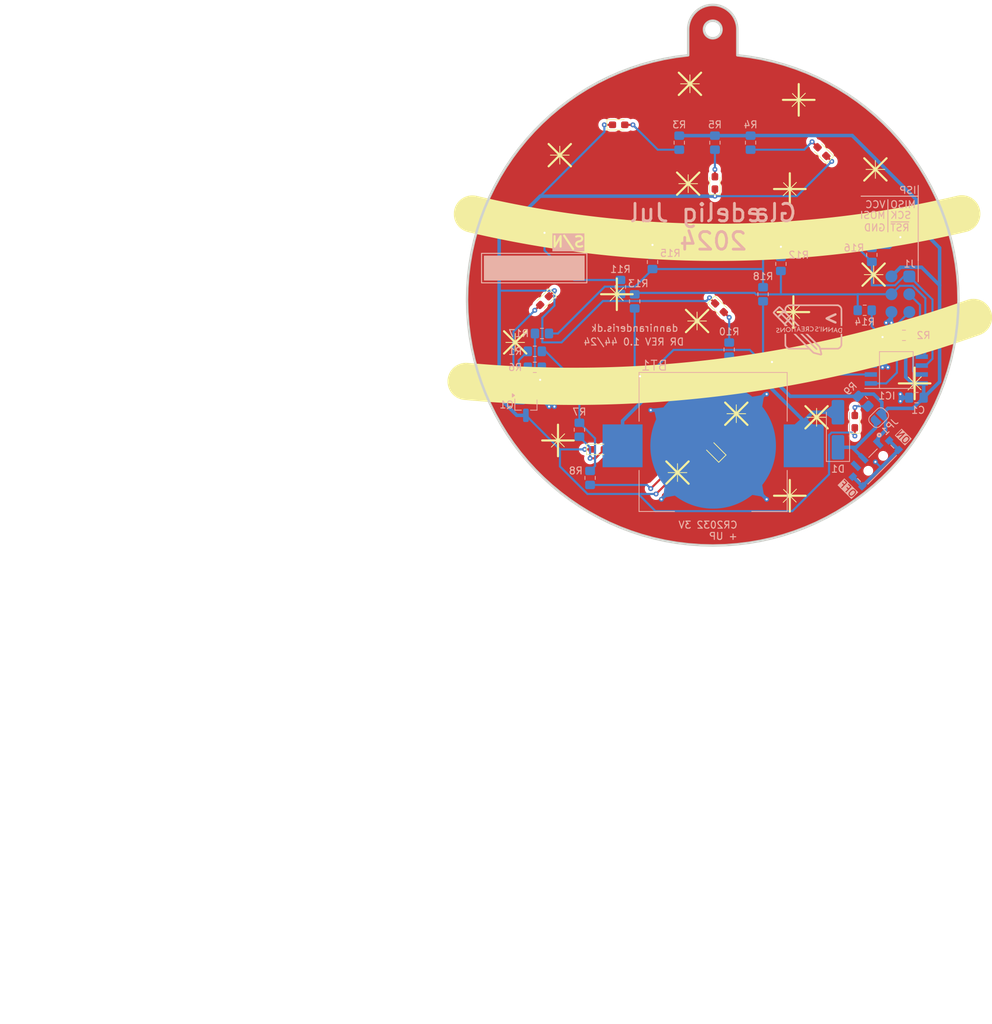
<source format=kicad_pcb>
(kicad_pcb (version 20240108) (generator "pcbnew") (generator_version "8.0")
  (title_block (title "Christmas Ornament 2024") (date "2024-10-29") (rev "1.0") (company "Danni's Creations") (comment 1 "Danni Randeris"))
  (layers (0 "F.Cu" signal) (31 "B.Cu" signal) (34 "B.Paste" user) (35 "F.Paste" user) (36 "B.SilkS" user "B.Silkscreen") (37 "F.SilkS" user "F.Silkscreen") (38 "B.Mask" user) (39 "F.Mask" user) (44 "Edge.Cuts" user))
  (net 0 "")
  (net 1 "Net-(D17-A)")
  (net 2 "DARAN_GND")
  (net 3 "Net-(D1-A)")
  (net 5 "+3V")
  (net 7 "/LED_Bank_1")
  (net 8 "Net-(Q1-B)")
  (net 9 "Net-(D1-K)")
  (net 10 "Net-(D2-K)")
  (net 11 "Net-(D2-A)")
  (net 12 "Net-(D3-A)")
  (net 13 "Net-(D4-A)")
  (net 14 "Net-(D5-A)")
  (net 15 "Net-(D6-A)")
  (net 16 "Net-(D7-A)")
  (net 17 "Net-(D8-A)")
  (net 18 "Net-(D9-A)")
  (net 19 "Net-(D10-A)")
  (net 20 "Net-(D11-A)")
  (net 21 "Net-(D12-A)")
  (net 22 "Net-(D13-A)")
  (net 23 "Net-(D14-A)")
  (net 24 "Net-(D15-A)")
  (net 25 "Net-(D16-A)")
  (net 26 "/LED_Bank_2_MOSI")
  (net 27 "/RST")
  (net 28 "/LED_Bank_3_MISO")
  (net 29 "/SCK")
  (footprint "DARAN:star" (layer "F.Cu") (at 163.504806 120.440453 45)
    (property "Reference" "U7" (hide yes))
    (property "Value" "star")
  )
  (footprint "DARAN:star" (layer "F.Cu") (at 124.388806 98.596453)
    (property "Reference" "U11" (hide yes))
    (property "Value" "star")
  )
  (footprint "DARAN:star" (layer "F.Cu") (at 150.296806 95.548453)
    (property "Reference" "U4" (hide yes))
    (property "Value" "star")
  )
  (footprint "LED_SMD:LED_0603_1608Metric_Pad1.05x0.95mm_HandSolder" (layer "F.Cu") (at 152.726088 113.979735 135)
    (property "Reference" "D7" (hide yes))
    (property "Value" "LED")
  )
  (footprint "DARAN:star" (layer "F.Cu") (at 163.504806 76.752453 45)
    (property "Reference" "U18" (hide yes))
    (property "Value" "star")
  )
  (footprint "LED_SMD:LED_0603_1608Metric_Pad1.05x0.95mm_HandSolder" (layer "F.Cu") (at 143.071806 83.864453)
    (property "Reference" "D14" (hide yes))
    (property "Value" "LED")
  )
  (footprint "LED_SMD:LED_0603_1608Metric_Pad1.05x0.95mm_HandSolder" (layer "F.Cu") (at 127.182806 104.946453)
    (property "Reference" "D16" (hide yes))
    (property "Value" "LED")
  )
  (footprint "DARAN:star" (layer "F.Cu") (at 149.280806 61.766453)
    (property "Reference" "U16" (hide yes))
    (property "Value" "star")
  )
  (footprint "DARAN:star" (layer "F.Cu") (at 130.738806 71.926453)
    (property "Reference" "U10" (hide yes))
    (property "Value" "star")
  )
  (footprint "LED_SMD:LED_0603_1608Metric_Pad1.05x0.95mm_HandSolder" (layer "F.Cu") (at 172.759524 109.885452 90)
    (property "Reference" "D8" (hide yes))
    (property "Value" "LED")
  )
  (footprint "DARAN:star" (layer "F.Cu") (at 175.442806 88.944453)
    (property "Reference" "U6" (hide yes))
    (property "Value" "star")
  )
  (footprint "LED_SMD:LED_0603_1608Metric_Pad1.05x0.95mm_HandSolder" (layer "F.Cu") (at 153.488088 93.659735 -45)
    (property "Reference" "D9" (hide yes))
    (property "Value" "LED")
  )
  (footprint "DARAN:star" (layer "F.Cu") (at 138.866806 91.738453 45)
    (property "Reference" "U14" (hide yes))
    (property "Value" "star")
  )
  (footprint "LED_SMD:LED_0603_1608Metric_Pad1.05x0.95mm_HandSolder" (layer "F.Cu") (at 127.690806 82.086453)
    (property "Reference" "D10" (hide yes))
    (property "Value" "LED")
  )
  (footprint "LED_SMD:LED_0603_1608Metric_Pad1.05x0.95mm_HandSolder" (layer "F.Cu") (at 178.236806 82.594453)
    (property "Reference" "D15" (hide yes))
    (property "Value" "LED")
  )
  (footprint "DARAN:star" (layer "F.Cu") (at 164.774806 64.052453 45)
    (property "Reference" "U5" (hide yes))
    (property "Value" "star")
  )
  (footprint "LED_SMD:LED_0603_1608Metric_Pad1.05x0.95mm_HandSolder" (layer "F.Cu") (at 139.120806 67.608453)
    (property "Reference" "D2" (hide yes))
    (property "Value" "LED")
  )
  (footprint "LED_SMD:LED_0603_1608Metric_Pad1.05x0.95mm_HandSolder" (layer "F.Cu") (at 128.563524 92.643735 -135)
    (property "Reference" "D5" (hide yes))
    (property "Value" "LED")
  )
  (footprint "LED_SMD:LED_0603_1608Metric_Pad1.05x0.95mm_HandSolder" (layer "F.Cu") (at 160.061806 102.406453)
    (property "Reference" "D17" (hide yes))
    (property "Value" "LED")
  )
  (footprint "DARAN:star" (layer "F.Cu") (at 130.484806 112.566453 45)
    (property "Reference" "U2" (hide yes))
    (property "Value" "star")
  )
  (footprint "DARAN:star" (layer "F.Cu") (at 149.026806 75.990453)
    (property "Reference" "U15" (hide yes))
    (property "Value" "star")
  )
  (footprint "DARAN:star" (layer "F.Cu") (at 175.696806 73.958453)
    (property "Reference" "U13" (hide yes))
    (property "Value" "star")
  )
  (footprint "LED_SMD:LED_0603_1608Metric_Pad1.05x0.95mm_HandSolder" (layer "F.Cu") (at 136.213806 113.836453)
    (property "Reference" "D6" (hide yes))
    (property "Value" "LED")
  )
  (footprint "LED_SMD:LED_0603_1608Metric_Pad1.05x0.95mm_HandSolder" (layer "F.Cu") (at 152.836806 75.877454 90)
    (property "Reference" "D4" (hide yes))
    (property "Value" "LED")
  )
  (footprint "DARAN:star" (layer "F.Cu") (at 167.314806 109.264453)
    (property "Reference" "U3" (hide yes))
    (property "Value" "star")
  )
  (footprint "LED_SMD:LED_0603_1608Metric_Pad1.05x0.95mm_HandSolder" (layer "F.Cu") (at 161.472806 84.118453)
    (property "Reference" "D11" (hide yes))
    (property "Value" "LED")
  )
  (footprint "DARAN:star" (layer "F.Cu") (at 147.502806 117.138453)
    (property "Reference" "U1" (hide yes))
    (property "Value" "star")
  )
  (footprint "DARAN:star" (layer "F.Cu") (at 164.012806 94.278453 45)
    (property "Reference" "U17" (hide yes))
    (property "Value" "star")
  )
  (footprint "DARAN:star" (layer "F.Cu") (at 181.284806 104.438453 45)
    (property "Reference" "U12" (hide yes))
    (property "Value" "star")
  )
  (footprint "LED_SMD:LED_0603_1608Metric_Pad1.05x0.95mm_HandSolder" (layer "F.Cu") (at 141.406806 104.438453)
    (property "Reference" "D12" (hide yes))
    (property "Value" "LED")
  )
  (footprint "LED_SMD:LED_0603_1608Metric_Pad1.05x0.95mm_HandSolder" (layer "F.Cu") (at 175.950806 98.850453)
    (property "Reference" "D13" (hide yes))
    (property "Value" "LED")
  )
  (footprint "DARAN:star" (layer "F.Cu") (at 155.884806 108.756453)
    (property "Reference" "U19" (hide yes))
    (property "Value" "star")
  )
  (footprint "LED_SMD:LED_0603_1608Metric_Pad1.05x0.95mm_HandSolder" (layer "F.Cu") (at 168.076806 71.418453 135)
    (property "Reference" "D3" (hide yes))
    (property "Value" "LED")
  )
  (footprint "Resistor_SMD:R_0805_2012Metric_Pad1.20x1.40mm_HandSolder" (layer "B.Cu") (at 143.946806 87.150453 90)
    (property "Reference" "R15")
    (property "Value" "470")
  )
  (footprint "Resistor_SMD:R_0805_2012Metric_Pad1.20x1.40mm_HandSolder" (layer "B.Cu") (at 173.918806 106.978453 -45)
    (property "Reference" "R9")
    (property "Value" "470")
  )
  (footprint "Capacitor_SMD:C_0805_2012Metric_Pad1.18x1.45mm_HandSolder" (layer "B.Cu") (at 181.538806 106.470453 180)
    (property "Reference" "C1")
    (property "Value" "100n")
  )
  (footprint "DARAN:SW_PCM12SMTR" (layer "B.Cu") (at 175.741466 115.823793 -135)
    (property "Reference" "SW1" (hide yes))
    (property "Value" "PCM12SMTR")
  )
  (footprint "Resistor_SMD:R_0805_2012Metric_Pad1.20x1.40mm_HandSolder" (layer "B.Cu") (at 147.756806 70.148453 -90)
    (property "Reference" "R3")
    (property "Value" "470")
  )
  (footprint "Resistor_SMD:R_0805_2012Metric_Pad1.20x1.40mm_HandSolder" (layer "B.Cu") (at 157.916806 70.148453 -90)
    (property "Reference" "R4")
    (property "Value" "470")
  )
  (footprint "Resistor_SMD:R_0805_2012Metric_Pad1.20x1.40mm_HandSolder" (layer "B.Cu") (at 174.172806 94.024453)
    (property "Reference" "R14")
    (property "Value" "470")
  )
  (footprint "Resistor_SMD:R_0805_2012Metric_Pad1.20x1.40mm_HandSolder" (layer "B.Cu") (at 128.198806 97.326453 180)
    (property "Reference" "R17")
    (property "Value" "470")
  )
  (footprint "Resistor_SMD:R_0805_2012Metric_Pad1.20x1.40mm_HandSolder" (layer "B.Cu") (at 133.532806 111.042453 -90)
    (property "Reference" "R7")
    (property "Value" "470")
  )
  (footprint "Jumper:SolderJumper-2_P1.3mm_Open_RoundedPad1.0x1.5mm" (layer "B.Cu") (at 176.156425 109.312834 45)
    (property "Reference" "JP1")
    (property "Value" "SWT_bypass")
  )
  (footprint "DARAN:SOIC127P798X216-8N" (layer "B.Cu") (at 178.675806 102.533454)
    (property "Reference" "IC1")
    (property "Value" "ATTINY13V-10SU" (hide yes))
  )
  (footprint "DARAN:Serial_Number_Silkscreen" (layer "B.Cu") (at 134.596056 85.915203 180)
    (property "Reference" "REF**")
    (property "Value" "Serial_Number_Silkscreen")
  )
  (footprint "Resistor_SMD:R_0805_2012Metric_Pad1.20x1.40mm_HandSolder" (layer "B.Cu") (at 141.406806 92.754453 -90)
    (property "Reference" "R13")
    (property "Value" "470")
  )
  (footprint "Resistor_SMD:R_0805_2012Metric_Pad1.20x1.40mm_HandSolder" (layer "B.Cu") (at 135.056806 117.900453 -90)
    (property "Reference" "R8")
    (property "Value" "470")
  )
  (footprint "Resistor_SMD:R_0805_2012Metric_Pad1.20x1.40mm_HandSolder" (layer "B.Cu") (at 175.188806 86.134453 90)
    (property "Reference" "R16")
    (property "Value" "470")
  )
  (footprint "DARAN:BAT_BAT-HLD-003-SMT" (layer "B.Cu") (at 152.582806 113.328453 180)
    (property "Reference" "BT1")
    (property "Value" "CR2032 3V")
  )
  (footprint "DARAN:ISP_Pad" (layer "B.Cu") (at 180.522806 89.198453 180)
    (property "Reference" "J1")
    (property "Value" "ISP Header")
  )
  (footprint "Resistor_SMD:R_0805_2012Metric_Pad1.20x1.40mm_HandSolder" (layer "B.Cu") (at 127.182806 102.152453 180)
    (property "Reference" "R6")
    (property "Value" "470")
  )
  (footprint "Resistor_SMD:R_0805_2012Metric_Pad1.20x1.40mm_HandSolder" (layer "B.Cu") (at 127.182806 99.866453)
    (property "Reference" "R1")
    (property "Value" "2k2")
  )
  (footprint "Package_TO_SOT_SMD:SOT-23_Handsoldering" (layer "B.Cu") (at 125.912806 107.486453 -90)
    (property "Reference" "Q1")
    (property "Value" "MMBT3904")
  )
  (footprint "DC:DC_logo_10x7,4kicad_mod" (layer "B.Cu") (at 166.044806 96.818453 180)
    (property "Reference" "G***" (hide yes))
    (property "Value" "LOGO" (hide yes))
  )
  (footprint "Resistor_SMD:R_0805_2012Metric_Pad1.20x1.40mm_HandSolder" (layer "B.Cu") (at 152.836806 70.148453 -90)
    (property "Reference" "R5")
    (property "Value" "470")
  )
  (footprint "Resistor_SMD:R_0805_2012Metric_Pad1.20x1.40mm_HandSolder" (layer "B.Cu") (at 139.374806 90.706453 90)
    (property "Reference" "R11")
    (property "Value" "470")
  )
  (footprint "Resistor_SMD:R_0805_2012Metric_Pad1.20x1.40mm_HandSolder" (layer "B.Cu") (at 179.760806 97.596453 180)
    (property "Reference" "R2")
    (property "Value" "10k")
  )
  (footprint "Resistor_SMD:R_0805_2012Metric_Pad1.20x1.40mm_HandSolder" (layer "B.Cu") (at 159.694806 91.738453 -90)
    (property "Reference" "R18")
    (property "Value" "470")
  )
  (footprint "Diode_SMD:D_SMA_Handsoldering" (layer "B.Cu") (at 170.362806 111.042453 90)
    (property "Reference" "D1")
    (property "Value" "SS12")
  )
  (footprint "Resistor_SMD:R_0805_2012Metric_Pad1.20x1.40mm_HandSolder" (layer "B.Cu") (at 154.868806 99.612453 90)
    (property "Reference" "R10")
    (property "Value" "470")
  )
  (footprint "Resistor_SMD:R_0805_2012Metric_Pad1.20x1.40mm_HandSolder" (layer "B.Cu") (at 162.234806 87.420453 90)
    (property "Reference" "R12")
    (property "Value" "470")
  )
  (gr_line (start 181.792806 77.768453) (end 173.664806 77.768453) (stroke (width 0.153)) (layer "B.SilkS"))
  (gr_line (start 177.474806 78.276453) (end 177.474806 82.848453) (stroke (width 0.153)) (layer "B.SilkS"))
  (gr_line (start 181.792806 86.912453) (end 181.792806 76.244453) (stroke (width 0.153)) (layer "B.SilkS"))
  (gr_arc (start 189.666806 95.040452) (mid 154.025313 103.51912) (end 117.394765 104.156884) (stroke (width 5.3)) (layer "F.SilkS"))
  (gr_arc (start 188.002469 80.281651) (mid 153.149196 84.348866) (end 118.292806 80.308452) (stroke (width 5.3)) (layer "F.SilkS"))
  (gr_poly (pts (xy 152.591131 52.778642) (xy 152.654611 52.783469) (xy 152.717169 52.791418) (xy 152.778725 52.802411) (xy 152.839201 52.816369) (xy 152.898518 52.833213) (xy 152.956598 52.852865) (xy 153.013363 52.875247) (xy 153.068733 52.900279) (xy 153.122631 52.927883) (xy 153.174977 52.957982) (xy 153.225693 52.990496) (xy 153.274701 53.025346) (xy 153.321922 53.062454) (xy 153.367278 53.101742) (xy 153.41069 53.143132) (xy 153.452079 53.186543) (xy 153.491367 53.231899) (xy 153.528475 53.27912) (xy 153.563326 53.328128) (xy 153.595839 53.378844) (xy 153.625938 53.431191) (xy 153.653542 53.485088) (xy 153.678575 53.540458) (xy 153.700956 53.597223) (xy 153.720608 53.655303) (xy 153.737453 53.71462) (xy 153.75141 53.775096) (xy 153.762403 53.836652) (xy 153.770352 53.89921) (xy 153.775179 53.96269) (xy 153.776806 54.027015) (xy 153.775179 54.09134) (xy 153.770352 54.154821) (xy 153.762403 54.217378) (xy 153.75141 54.278934) (xy 153.737453 54.33941) (xy 153.720608 54.398727) (xy 153.700956 54.456808) (xy 153.678575 54.513572) (xy 153.653542 54.568943) (xy 153.625938 54.62284) (xy 153.595839 54.675186) (xy 153.563326 54.725903) (xy 153.528475 54.774911) (xy 153.491367 54.822132) (xy 153.452079 54.867488) (xy 153.41069 54.910899) (xy 153.367278 54.952288) (xy 153.321922 54.991576) (xy 153.274701 55.028685) (xy 153.225693 55.063535) (xy 153.174977 55.096049) (xy 153.122631 55.126147) (xy 153.068733 55.153752) (xy 153.013363 55.178784) (xy 152.956598 55.201166) (xy 152.898518 55.220818) (xy 152.839201 55.237662) (xy 152.778725 55.25162) (xy 152.717169 55.262612) (xy 152.654611 55.270562) (xy 152.591131 55.275389) (xy 152.526806 55.277015) (xy 152.462481 55.275389) (xy 152.399 55.270562) (xy 152.336443 55.262612) (xy 152.274887 55.25162) (xy 152.214411 55.237662) (xy 152.155094 55.220818) (xy 152.097013 55.201166) (xy 152.040249 55.178784) (xy 151.984879 55.153752) (xy 151.930981 55.126147) (xy 151.878635 55.096049) (xy 151.827918 55.063535) (xy 151.77891 55.028685) (xy 151.731689 54.991576) (xy 151.686334 54.952288) (xy 151.642922 54.910899) (xy 151.601533 54.867488) (xy 151.562245 54.822132) (xy 151.525136 54.774911) (xy 151.490286 54.725903) (xy 151.457772 54.675186) (xy 151.427674 54.62284) (xy 151.400069 54.568943) (xy 151.375037 54.513572) (xy 151.352655 54.456808) (xy 151.333003 54.398727) (xy 151.316159 54.33941) (xy 151.302201 54.278934) (xy 151.291209 54.217378) (xy 151.283259 54.154821) (xy 151.278432 54.09134) (xy 151.276806 54.027015) (xy 151.278432 53.96269) (xy 151.283259 53.89921) (xy 151.291209 53.836652) (xy 151.302201 53.775096) (xy 151.316159 53.71462) (xy 151.333003 53.655303) (xy 151.352655 53.597223) (xy 151.375037 53.540458) (xy 151.400069 53.485088) (xy 151.427674 53.431191) (xy 151.457772 53.378844) (xy 151.490286 53.328128) (xy 151.525136 53.27912) (xy 151.562245 53.231899) (xy 151.601533 53.186543) (xy 151.642922 53.143132) (xy 151.686334 53.101742) (xy 151.731689 53.062454) (xy 151.77891 53.025346) (xy 151.827918 52.990496) (xy 151.878635 52.957982) (xy 151.930981 52.927883) (xy 151.984879 52.900279) (xy 152.040249 52.875247) (xy 152.097013 52.852865) (xy 152.155094 52.833213) (xy 152.214411 52.816369) (xy 152.274887 52.802411) (xy 152.336443 52.791418) (xy 152.399 52.783469) (xy 152.462481 52.778642) (xy 152.526806 52.777015)) (stroke (width 0.349999)) (fill none) (layer "Edge.Cuts"))
  (gr_poly (pts (xy 152.753286 50.534342) (xy 152.97903 50.556323) (xy 153.203301 50.592956) (xy 153.425364 50.644243) (xy 153.644482 50.710184) (xy 153.859919 50.790778) (xy 154.070939 50.886025) (xy 154.276806 50.995926) (xy 154.474916 51.119261) (xy 154.662913 51.254385) (xy 154.840428 51.400662) (xy 155.007094 51.557454) (xy 155.162541 51.724122) (xy 155.306403 51.90003) (xy 155.43831 52.08454) (xy 155.557895 52.277014) (xy 155.66479 52.476815) (xy 155.758626 52.683305) (xy 155.839036 52.895847) (xy 155.905652 53.113803) (xy 155.958105 53.336535) (xy 155.996027 53.563406) (xy 156.01905 53.793779) (xy 156.026806 54.027015) (xy 156.026779 57.702411) (xy 157.752213 57.918542) (xy 159.448146 58.215863) (xy 161.112737 58.592234) (xy 162.744147 59.045518) (xy 164.340535 59.573574) (xy 165.900064 60.174264) (xy 167.420892 60.845448) (xy 168.901181 61.584988) (xy 170.33909 62.390744) (xy 171.73278 63.260578) (xy 173.080412 64.19235) (xy 174.380145 65.183921) (xy 175.630141 66.233152) (xy 176.828559 67.337904) (xy 177.973559 68.496038) (xy 179.063303 69.705415) (xy 180.09595 70.963895) (xy 181.069661 72.26934) (xy 181.982597 73.619611) (xy 182.832917 75.012568) (xy 183.618781 76.446073) (xy 184.338352 77.917986) (xy 184.989787 79.426168) (xy 185.571249 80.968481) (xy 186.080897 82.542784) (xy 186.516892 84.14694) (xy 186.877394 85.778808) (xy 187.160564 87.436251) (xy 187.364561 89.117128) (xy 187.487547 90.8193) (xy 187.527681 92.54063) (xy 187.483124 94.278976) (xy 187.353643 96.013067) (xy 187.141598 97.721758) (xy 186.849031 99.403103) (xy 186.477988 101.05516) (xy 186.030513 102.675982) (xy 185.50865 104.263627) (xy 184.914443 105.81615) (xy 184.249937 107.331605) (xy 183.517176 108.808049) (xy 182.718205 110.243538) (xy 181.855067 111.636126) (xy 180.929807 112.98387) (xy 179.944469 114.284825) (xy 178.901098 115.537047) (xy 177.801737 116.73859) (xy 176.648432 117.887512) (xy 175.443226 118.981867) (xy 174.188164 120.01971) (xy 172.885289 120.999099) (xy 171.536648 121.918087) (xy 170.144282 122.774731) (xy 168.710238 123.567086) (xy 167.236559 124.293208) (xy 165.72529 124.951153) (xy 164.178474 125.538975) (xy 162.598157 126.054731) (xy 160.986382 126.496477) (xy 159.345194 126.862267) (xy 157.676637 127.150157) (xy 155.982755 127.358203) (xy 154.265593 127.484461) (xy 152.527195 127.526985) (xy 150.788797 127.484481) (xy 149.071634 127.358243) (xy 147.37775 127.150216) (xy 145.70919 126.862345) (xy 144.067998 126.496574) (xy 142.456219 126.054847) (xy 140.875896 125.539109) (xy 139.329074 124.951305) (xy 137.817797 124.293377) (xy 136.344111 123.567272) (xy 134.910058 122.774934) (xy 133.517683 121.918306) (xy 132.169031 120.999333) (xy 130.866146 120.01996) (xy 129.611072 118.98213) (xy 128.405854 117.887789) (xy 127.252536 116.738881) (xy 126.153162 115.53735) (xy 125.109776 114.285141) (xy 124.124424 112.984197) (xy 123.199149 111.636464) (xy 122.335995 110.243885) (xy 121.537007 108.808406) (xy 120.80423 107.33197) (xy 120.139707 105.816522) (xy 119.545483 104.264006) (xy 119.023602 102.676367) (xy 118.576108 101.05555) (xy 118.205047 99.403497) (xy 117.912461 97.722155) (xy 117.700396 96.013467) (xy 117.570896 94.279377) (xy 117.526319 92.541031) (xy 117.566433 90.819701) (xy 117.689398 89.117527) (xy 117.893376 87.436648) (xy 118.176526 85.779202) (xy 118.537009 84.14733) (xy 118.972985 82.543169) (xy 119.482614 80.96886) (xy 120.064058 79.426541) (xy 120.715476 77.918352) (xy 121.435028 76.44643) (xy 122.220876 75.012917) (xy 123.071179 73.61995) (xy 123.984099 72.269669) (xy 124.957794 70.964213) (xy 125.990426 69.70572) (xy 127.080155 68.496331) (xy 128.225142 67.338184) (xy 129.423547 66.233418) (xy 130.67353 65.184173) (xy 131.973251 64.192587) (xy 133.320871 63.2608) (xy 134.714551 62.390951) (xy 136.152451 61.585178) (xy 137.63273 60.845621) (xy 139.153551 60.174419) (xy 140.713072 59.573712) (xy 142.309454 59.045637) (xy 143.940859 58.592335) (xy 145.605445 58.215944) (xy 147.301374 57.918604) (xy 149.026806 57.702453) (xy 149.026806 54.027015) (xy 149.028753 53.910079) (xy 149.034562 53.793779) (xy 149.044188 53.678195) (xy 149.057585 53.563406) (xy 149.074707 53.449493) (xy 149.095507 53.336535) (xy 149.11994 53.224612) (xy 149.14796 53.113803) (xy 149.17952 53.004188) (xy 149.214575 52.895847) (xy 149.253079 52.788859) (xy 149.294985 52.683305) (xy 149.340248 52.579264) (xy 149.388822 52.476815) (xy 149.44066 52.376039) (xy 149.495716 52.277014) (xy 149.553946 52.179821) (xy 149.615302 52.08454) (xy 149.679738 51.99125) (xy 149.747209 51.90003) (xy 149.817668 51.810961) (xy 149.89107 51.724122) (xy 149.967369 51.639593) (xy 150.046518 51.557454) (xy 150.128471 51.477783) (xy 150.213183 51.400662) (xy 150.300608 51.32617) (xy 150.390698 51.254385) (xy 150.48341 51.185389) (xy 150.578695 51.119261) (xy 150.676509 51.05608) (xy 150.776806 50.995926) (xy 150.982673 50.886025) (xy 151.193693 50.790778) (xy 151.40913 50.710184) (xy 151.628248 50.644243) (xy 151.850311 50.592956) (xy 152.074582 50.556323) (xy 152.300326 50.534342) (xy 152.526806 50.527016)) (stroke (width 0.349999)) (fill none) (layer "Edge.Cuts"))
  (gr_text "DR REV 1.0 44/24" (at 148.518806 99.104453 0) (layer "B.SilkS") (effects (font (size 1 1) (thickness 0.153)) (justify left bottom mirror)))
  (gr_text "OFF" (at 172.394806 120.948453 -45) (layer "B.SilkS" knockout) (effects (font (size 1 1) (thickness 0.153)) (justify left bottom mirror)))
  (gr_text "Glædelig Jul\n2024" (at 152.582806 85.642453 0) (layer "B.SilkS") (effects (font (size 2.5 2.5) (thickness 0.4) (bold yes)) (justify bottom mirror)))
  (gr_text "danniranderis.dk" (at 141.406806 96.564453 0) (layer "B.SilkS") (effects (font (size 1 1) (thickness 0.153)) (justify mirror)))
  (gr_text "ISP" (at 178.998806 77.514453 0) (layer "B.SilkS") (effects (font (size 1 1) (thickness 0.153)) (justify right bottom mirror)))
  (gr_text "ON" (at 180.014806 113.328453 -45) (layer "B.SilkS" knockout) (effects (font (size 1 1) (thickness 0.153)) (justify left bottom mirror)))
  (gr_text "CR2032 3V\n+ UP" (at 156.138806 126.790453 0) (layer "B.SilkS") (effects (font (size 1 1) (thickness 0.153)) (justify left bottom mirror)))
  (segment (start 160.964806 101.390453) (end 160.936806 101.418453) (width 0.3) (layer "F.Cu") (net 1))
  (segment (start 160.936806 101.418453) (end 160.936806 102.406453) (width 0.3) (layer "F.Cu") (net 1))
  (via (at 160.964806 101.390453) (size 0.7) (drill 0.3) (layers "F.Cu" "B.Cu") (net 1))
  (segment (start 160.964806 101.390453) (end 159.694806 100.120453) (width 0.3) (layer "B.Cu") (net 1))
  (segment (start 159.694806 100.120453) (end 159.694806 92.738453) (width 0.3) (layer "B.Cu") (net 1))
  (via (at 143.692806 108.248453) (size 0.7) (drill 0.3) (layers "F.Cu" "B.Cu") (net 2))
  (via (at 179.252806 105.962453) (size 0.7) (drill 0.3) (layers "F.Cu" "B.Cu") (net 2))
  (via (at 177.474806 102.152453) (size 0.7) (drill 0.3) (layers "F.Cu" "B.Cu") (net 2))
  (via (at 175.696806 115.614453) (size 0.7) (drill 0.3) (layers "F.Cu" "B.Cu") (net 2))
  (via (at 177.982806 95.802453) (size 0.7) (drill 0.3) (layers "F.Cu" "B.Cu") (net 2))
  (via (at 129.976806 107.740453) (size 0.7) (drill 0.3) (layers "F.Cu" "B.Cu") (net 2))
  (via (at 160.202806 105.962453) (size 0.7) (drill 0.3) (layers "F.Cu" "B.Cu") (net 2))
  (via (at 176.712806 102.152453) (size 0.7) (drill 0.3) (layers "F.Cu" "B.Cu") (net 2))
  (via (at 179.252806 106.978453) (size 0.7) (drill 0.3) (layers "F.Cu" "B.Cu") (net 2))
  (via (at 177.220806 95.802453) (size 0.7) (drill 0.3) (layers "F.Cu" "B.Cu") (net 2))
  (via (at 160.202806 120.948453) (size 0.7) (drill 0.3) (layers "F.Cu" "B.Cu") (net 2))
  (via (at 129.214806 107.740453) (size 0.7) (drill 0.3) (layers "F.Cu" "B.Cu") (net 2))
  (via (at 145.216806 120.948453) (size 0.7) (drill 0.3) (layers "F.Cu" "B.Cu") (net 2))
  (segment (start 177.982806 95.040453) (end 177.220806 95.802453) (width 0.5) (layer "B.Cu") (net 2))
  (segment (start 177.982806 94.278453) (end 177.982806 95.040453) (width 0.5) (layer "B.Cu") (net 2))
  (segment (start 127.460806 105.986453) (end 129.214806 107.740453) (width 0.5) (layer "B.Cu") (net 2))
  (segment (start 176.712806 102.152453) (end 176.712806 101.136453) (width 0.5) (layer "B.Cu") (net 2))
  (segment (start 160.202806 105.962453) (end 159.948806 105.962453) (width 0.5) (layer "B.Cu") (net 2))
  (segment (start 172.478168 117.722375) (end 173.842884 119.087091) (width 0.5) (layer "B.Cu") (net 2))
  (segment (start 173.842884 119.087091) (end 176.506164 116.423811) (width 0.5) (layer "B.Cu") (net 2))
  (segment (start 152.582806 113.328453) (end 156.976728 117.722375) (width 0.5) (layer "B.Cu") (net 2))
  (segment (start 175.696806 115.614453) (end 176.506164 116.423811) (width 0.3) (layer "B.Cu") (net 2))
  (segment (start 160.202806 120.948453) (end 152.582806 113.328453) (width 0.5) (layer "B.Cu") (net 2))
  (segment (start 179.760806 106.470453) (end 179.252806 105.962453) (width 0.5) (layer "B.Cu") (net 2))
  (segment (start 177.474806 102.152453) (end 176.712806 101.390453) (width 0.5) (layer "B.Cu") (net 2))
  (segment (start 176.712806 101.136453) (end 176.204806 100.628453) (width 0.5) (layer "B.Cu") (net 2))
  (segment (start 152.582806 113.582453) (end 152.582806 113.328453) (width 0.5) (layer "B.Cu") (net 2))
  (segment (start 126.862806 105.986453) (end 127.460806 105.986453) (width 0.5) (layer "B.Cu") (net 2))
  (segment (start 145.216806 120.948453) (end 152.582806 113.582453) (width 0.5) (layer "B.Cu") (net 2))
  (segment (start 143.692806 108.248453) (end 147.502806 108.248453) (width 0.5) (layer "B.Cu") (net 2))
  (segment (start 177.982806 94.278453) (end 177.982806 95.802453) (width 0.5) (layer "B.Cu") (net 2))
  (segment (start 180.501306 106.470453) (end 179.760806 106.470453) (width 0.5) (layer "B.Cu") (net 2))
  (segment (start 128.222806 105.986453) (end 129.976806 107.740453) (width 0.5) (layer "B.Cu") (net 2))
  (segment (start 176.204806 100.628453) (end 175.050808 100.628453) (width 0.5) (layer "B.Cu") (net 2))
  (segment (start 179.004764 113.925211) (end 177.640048 112.560495) (width 0.5) (layer "B.Cu") (net 2))
  (segment (start 126.862806 105.986453) (end 128.222806 105.986453) (width 0.5) (layer "B.Cu") (net 2))
  (segment (start 159.948806 105.962453) (end 152.582806 113.328453) (width 0.5) (layer "B.Cu") (net 2))
  (segment (start 147.502806 108.248453) (end 152.582806 113.328453) (width 0.5) (layer "B.Cu") (net 2))
  (segment (start 175.050808 100.628453) (end 175.050806 100.628455) (width 0.5) (layer "B.Cu") (net 2))
  (segment (start 176.712806 101.390453) (end 176.712806 101.136453) (width 0.5) (layer "B.Cu") (net 2))
  (segment (start 179.252806 105.962453) (end 179.252806 106.978453) (width 0.5) (layer "B.Cu") (net 2))
  (segment (start 176.506164 116.423811) (end 179.004764 113.925211) (width 0.5) (layer "B.Cu") (net 2))
  (segment (start 179.760806 106.470453) (end 179.252806 106.978453) (width 0.5) (layer "B.Cu") (net 2))
  (segment (start 159.380806 103.676453) (end 145.784806 103.676453) (width 0.5) (layer "B.Cu") (net 3))
  (segment (start 165.482806 113.328453) (end 165.482806 109.826453) (width 0.5) (layer "B.Cu") (net 3))
  (segment (start 165.482806 109.826453) (end 166.766806 108.542453) (width 0.5) (layer "B.Cu") (net 3))
  (segment (start 165.482806 109.778453) (end 159.380806 103.676453) (width 0.5) (layer "B.Cu") (net 3))
  (segment (start 165.482806 113.328453) (end 165.482806 109.778453) (width 0.5) (layer "B.Cu") (net 3))
  (segment (start 166.766806 108.542453) (end 170.362806 108.542453) (width 0.5) (layer "B.Cu") (net 3))
  (segment (start 145.784806 103.676453) (end 139.682806 109.778453) (width 0.5) (layer "B.Cu") (net 3))
  (segment (start 139.682806 113.328453) (end 139.682806 112.954453) (width 0.5) (layer "B.Cu") (net 3))
  (segment (start 139.682806 109.778453) (end 139.682806 113.328453) (width 0.5) (layer "B.Cu") (net 3))
  (segment (start 173.520592 105.962453) (end 173.211699 106.271346) (width 0.5) (layer "B.Cu") (net 5))
  (segment (start 163.559699 106.271346) (end 159.986806 102.698453) (width 0.5) (layer "B.Cu") (net 5))
  (segment (start 154.868806 102.698453) (end 145.432806 102.698453) (width 0.5) (layer "B.Cu") (net 5))
  (segment (start 157.932806 69.132453) (end 172.394806 69.132453) (width 0.5) (layer "B.Cu") (net 5))
  (segment (start 182.576306 106.470453) (end 181.052306 107.994453) (width 0.5) (layer "B.Cu") (net 5))
  (segment (start 184.840806 104.205953) (end 182.576306 106.470453) (width 0.5) (layer "B.Cu") (net 5))
  (segment (start 145.432806 102.698453) (end 142.930806 105.200453) (width 0.5) (layer "B.Cu") (net 5))
  (segment (start 175.442806 105.962453) (end 173.520592 105.962453) (width 0.5) (layer "B.Cu") (net 5))
  (segment (start 172.394806 69.132453) (end 181.538806 78.276453) (width 0.5) (layer "B.Cu") (net 5))
  (segment (start 182.300806 104.438453) (end 180.925806 104.438453) (width 0.5) (layer "B.Cu") (net 5))
  (segment (start 152.836806 69.148453) (end 147.756806 69.148453) (width 0.5) (layer "B.Cu") (net 5))
  (segment (start 182.576306 104.713953) (end 182.300806 104.438453) (width 0.5) (layer "B.Cu") (net 5))
  (segment (start 131.230806 105.200453) (end 128.182806 102.152453) (width 0.5) (layer "B.Cu") (net 5))
  (segment (start 177.14991 111.113349) (end 177.14991 109.387081) (width 0.5) (layer "B.Cu") (net 5))
  (segment (start 184.840806 90.468453) (end 184.840806 104.205953) (width 0.5) (layer "B.Cu") (net 5))
  (segment (start 133.532806 110.042453) (end 135.756806 112.266453) (width 0.3) (layer "B.Cu") (net 5))
  (segment (start 135.756806 116.200453) (end 135.056806 116.900453) (width 0.3) (layer "B.Cu") (net 5))
  (segment (start 181.538806 78.276453) (end 181.538806 81.832453) (width 0.5) (layer "B.Cu") (net 5))
  (segment (start 184.840806 85.134453) (end 184.840806 90.468453) (width 0.5) (layer "B.Cu") (net 5))
  (segment (start 182.576306 106.470453) (end 182.576306 104.713953) (width 0.5) (layer "B.Cu") (net 5))
  (segment (start 154.868806 100.612453) (end 154.868806 102.698453) (width 0.3) (layer "B.Cu") (net 5))
  (segment (start 177.474806 107.994453) (end 176.616044 108.853215) (width 0.5) (layer "B.Cu") (net 5))
  (segment (start 157.916806 69.148453) (end 152.836806 69.148453) (width 0.5) (layer "B.Cu") (net 5))
  (segment (start 180.014806 98.342453) (end 180.760806 97.596453) (width 0.5) (layer "B.Cu") (net 5))
  (segment (start 133.532806 110.042453) (end 133.532806 105.200453) (width 0.3) (layer "B.Cu") (net 5))
  (segment (start 179.282806 87.898453) (end 182.270806 87.898453) (width 0.5) (layer "B.Cu") (net 5))
  (segment (start 133.532806 105.200453) (end 131.230806 105.200453) (width 0.5) (layer "B.Cu") (net 5))
  (segment (start 176.616044 107.135691) (end 175.442806 105.962453) (width 0.5) (layer "B.Cu") (net 5))
  (segment (start 181.538806 81.832453) (end 184.840806 85.134453) (width 0.5) (layer "B.Cu") (net 5))
  (segment (start 176.095019 112.995366) (end 176.095019 112.16824) (width 0.5) (layer "B.Cu") (net 5))
  (segment (start 173.211699 106.271346) (end 163.559699 106.271346) (width 0.5) (layer "B.Cu") (net 5))
  (segment (start 182.270806 87.898453) (end 184.840806 90.468453) (width 0.5) (layer "B.Cu") (net 5))
  (segment (start 180.925806 104.438453) (end 180.014806 103.527453) (width 0.5) (layer "B.Cu") (net 5))
  (segment (start 177.14991 109.387081) (end 176.616044 108.853215) (width 0.5) (layer "B.Cu") (net 5))
  (segment (start 177.982806 89.198453) (end 179.282806 87.898453) (width 0.5) (layer "B.Cu") (net 5))
  (segment (start 135.756806 112.266453) (end 135.756806 116.200453) (width 0.3) (layer "B.Cu") (net 5))
  (segment (start 176.095019 112.16824) (end 177.14991 111.113349) (width 0.5) (layer "B.Cu") (net 5))
  (segment (start 181.052306 107.994453) (end 177.474806 107.994453) (width 0.5) (layer "B.Cu") (net 5))
  (segment (start 142.930806 105.200453) (end 133.532806 105.200453) (width 0.5) (layer "B.Cu") (net 5))
  (segment (start 180.014806 103.527453) (end 180.014806 98.342453) (width 0.5) (layer "B.Cu") (net 5))
  (segment (start 176.616044 108.853215) (end 176.616044 107.135691) (width 0.5) (layer "B.Cu") (net 5))
  (segment (start 159.986806 102.698453) (end 154.868806 102.698453) (width 0.5) (layer "B.Cu") (net 5))
  (segment (start 157.799334 99.662453) (end 146.944806 99.662453) (width 0.3) (layer "B.Cu") (net 7))
  (segment (start 146.486806 100.120453) (end 146.460756 100.120453) (width 0.3) (layer "B.Cu") (net 7))
  (segment (start 146.944806 99.662453) (end 146.486806 100.120453) (width 0.3) (layer "B.Cu") (net 7))
  (segment (start 161.305335 103.168454) (end 157.799334 99.662453) (width 0.3) (layer "B.Cu") (net 7))
  (segment (start 142.458756 104.122453) (end 132.962806 104.122453) (width 0.3) (layer "B.Cu") (net 7))
  (segment (start 132.962806 104.122453) (end 128.706806 99.866453) (width 0.3) (layer "B.Cu") (net 7))
  (segment (start 146.460756 100.120453) (end 142.458756 104.122453) (width 0.3) (layer "B.Cu") (net 7))
  (segment (start 175.050806 103.168454) (end 174.188807 103.168454) (width 0.3) (layer "B.Cu") (net 7))
  (segment (start 128.706806 99.866453) (end 128.182806 99.866453) (width 0.3) (layer "B.Cu") (net 7))
  (segment (start 175.050806 103.168454) (end 161.305335 103.168454) (width 0.3) (layer "B.Cu") (net 7))
  (segment (start 124.888806 101.160453) (end 124.888806 105.912453) (width 0.3) (layer "B.Cu") (net 8))
  (segment (start 124.888806 105.912453) (end 124.962806 105.986453) (width 0.3) (layer "B.Cu") (net 8))
  (segment (start 126.182806 99.866453) (end 124.888806 101.160453) (width 0.3) (layer "B.Cu") (net 8))
  (segment (start 175.696806 110.788453) (end 175.696806 109.772453) (width 0.5) (layer "B.Cu") (net 9))
  (segment (start 172.942806 113.542453) (end 175.696806 110.788453) (width 0.5) (layer "B.Cu") (net 9))
  (segment (start 170.362806 113.542453) (end 172.399466 113.542453) (width 0.5) (layer "B.Cu") (net 9))
  (segment (start 170.362806 113.542453) (end 172.942806 113.542453) (width 0.5) (layer "B.Cu") (net 9))
  (segment (start 172.399466 113.542453) (end 173.973699 115.116686) (width 0.5) (layer "B.Cu") (net 9))
  (segment (start 152.86937 93.041017) (end 152.074806 92.246453) (width 0.3) (layer "F.Cu") (net 10))
  (segment (start 152.836806 77.768453) (end 152.836806 76.752453) (width 0.3) (layer "F.Cu") (net 10))
  (segment (start 135.338806 113.836453) (end 134.294806 113.836453) (width 0.3) (layer "F.Cu") (net 10))
  (segment (start 169.473806 72.815453) (end 168.695524 72.037171) (width 0.3) (layer "F.Cu") (net 10))
  (segment (start 137.088806 67.608453) (end 138.245806 67.608453) (width 0.3) (layer "F.Cu") (net 10))
  (segment (start 129.182242 92.025017) (end 129.976806 91.230453) (width 0.3) (layer "F.Cu") (net 10))
  (segment (start 150.042806 114.598453) (end 153.344806 114.598453) (width 0.3) (layer "F.Cu") (net 10))
  (segment (start 172.759524 110.760451) (end 172.759524 111.915171) (width 0.3) (layer "F.Cu") (net 10))
  (segment (start 144.454806 120.186453) (end 150.042806 114.598453) (width 0.3) (layer "F.Cu") (net 10))
  (segment (start 172.759524 111.915171) (end 172.775806 111.931453) (width 0.3) (layer "F.Cu") (net 10))
  (via (at 169.473806 72.815453) (size 0.7) (drill 0.3) (layers "F.Cu" "B.Cu") (net 10))
  (via (at 172.775806 111.931453) (size 0.7) (drill 0.3) (layers "F.Cu" "B.Cu") (net 10))
  (via (at 137.088806 67.608453) (size 0.7) (drill 0.3) (layers "F.Cu" "B.Cu") (net 10))
  (via (at 129.976806 91.230453) (size 0.7) (drill 0.3) (layers "F.Cu" "B.Cu") (net 10))
  (via (at 152.074806 92.246453) (size 0.7) (drill 0.3) (layers "F.Cu" "B.Cu") (net 10))
  (via (at 134.294806 113.836453) (size 0.7) (drill 0.3) (layers "F.Cu" "B.Cu") (net 10))
  (via (at 144.454806 120.186453) (size 0.7) (drill 0.3) (layers "F.Cu" "B.Cu") (net 10))
  (via (at 152.836806 77.768453) (size 0.7) (drill 0.3) (layers "F.Cu" "B.Cu") (net 10))
  (segment (start 169.092806 117.392453) (end 163.856806 122.628453) (width 0.3) (layer "B.Cu") (net 10))
  (segment (start 129.976806 91.230453) (end 122.102806 91.230453) (width 0.3) (layer "B.Cu") (net 10))
  (segment (start 128.248806 95.090453) (end 129.976806 93.362453) (width 0.3) (layer "B.Cu") (net 10))
  (segment (start 127.944806 77.768453) (end 152.836806 77.768453) (width 0.5) (layer "B.Cu") (net 10))
  (segment (start 151.616806 92.704453) (end 136.884806 92.704453) (width 0.3) (layer "B.Cu") (net 10))
  (segment (start 136.884806 92.704453) (end 130.992806 98.596453) (width 0.3) (layer "B.Cu") (net 10))
  (segment (start 134.68735 120.186453) (end 130.762806 116.261909) (width 0.3) (layer "B.Cu") (net 10))
  (segment (start 152.074806 92.246453) (end 151.616806 92.704453) (width 0.3) (layer "B.Cu") (net 10))
  (segment (start 144.454806 120.186453) (end 142.422806 120.186453) (width 0.3) (layer "B.Cu") (net 10))
  (segment (start 164.520806 77.768453) (end 152.836806 77.768453) (width 0.3) (layer "B.Cu") (net 10))
  (segment (start 128.248806 98.596453) (end 128.248806 95.090453) (width 0.3) (layer "B.Cu") (net 10))
  (segment (start 134.294806 113.836453) (end 130.762806 113.836453) (width 0.3) (layer "B.Cu") (net 10))
  (segment (start 169.473806 72.815453) (end 164.520806 77.768453) (width 0.3) (layer "B.Cu") (net 10))
  (segment (start 124.618806 108.986453) (end 125.912806 108.986453) (width 0.5) (layer "B.Cu") (net 10))
  (segment (start 122.102806 106.470453) (end 124.618806 108.986453) (width 0.5) (layer "B.Cu") (net 10))
  (segment (start 169.45735 111.442453) (end 169.092806 111.806997) (width 0.3) (layer "B.Cu") (net 10))
  (segment (start 163.856806 122.628453) (end 144.356806 122.628453) (width 0.3) (layer "B.Cu") (net 10))
  (segment (start 169.092806 111.806997) (end 169.092806 117.392453) (width 0.3) (layer "B.Cu") (net 10))
  (segment (start 122.102806 83.610453) (end 122.102806 91.230453) (width 0.5) (layer "B.Cu") (net 10))
  (segment (start 172.775806 111.931453) (end 172.286806 111.442453) (width 0.3) (layer "B.Cu") (net 10))
  (segment (start 142.422806 120.186453) (end 134.68735 120.186453) (width 0.3) (layer "B.Cu") (net 10))
  (segment (start 130.992806 98.596453) (end 128.248806 98.596453) (width 0.3) (layer "B.Cu") (net 10))
  (segment (start 122.102806 91.230453) (end 122.102806 106.470453) (width 0.5) (layer "B.Cu") (net 10))
  (segment (start 129.976806 93.362453) (end 129.976806 91.230453) (width 0.3) (layer "B.Cu") (net 10))
  (segment (start 130.762806 113.836453) (end 125.912806 108.986453) (width 0.3) (layer "B.Cu") (net 10))
  (segment (start 144.356806 122.628453) (end 141.914806 120.186453) (width 0.3) (layer "B.Cu") (net 10))
  (segment (start 137.088806 67.608453) (end 137.088806 68.624453) (width 0.3) (layer "B.Cu") (net 10))
  (segment (start 127.944806 77.768453) (end 122.102806 83.610453) (width 0.5) (layer "B.Cu") (net 10))
  (segment (start 172.286806 111.442453) (end 169.45735 111.442453) (width 0.3) (layer "B.Cu") (net 10))
  (segment (start 130.762806 116.261909) (end 130.762806 113.836453) (width 0.3) (layer "B.Cu") (net 10))
  (segment (start 137.088806 68.624453) (end 127.944806 77.768453) (width 0.3) (layer "B.Cu") (net 10))
  (segment (start 139.995806 67.608453) (end 141.152806 67.608453) (width 0.3) (layer "F.Cu") (net 11))
  (via (at 141.152806 67.608453) (size 0.7) (drill 0.3) (layers "F.Cu" "B.Cu") (net 11))
  (segment (start 144.692806 71.148453) (end 141.152806 67.608453) (width 0.3) (layer "B.Cu") (net 11))
  (segment (start 147.756806 71.148453) (end 144.692806 71.148453) (width 0.3) (layer "B.Cu") (net 11))
  (segment (start 167.458088 70.799735) (end 166.679806 70.021453) (width 0.3) (layer "F.Cu") (net 12))
  (via (at 166.679806 70.021453) (size 0.7) (drill 0.3) (layers "F.Cu" "B.Cu") (net 12))
  (segment (start 166.679806 70.021453) (end 165.552806 71.148453) (width 0.3) (layer "B.Cu") (net 12))
  (segment (start 165.552806 71.148453) (end 157.916806 71.148453) (width 0.3) (layer "B.Cu") (net 12))
  (segment (start 152.836806 73.958453) (end 152.836806 75.002455) (width 0.3) (layer "F.Cu") (net 13))
  (via (at 152.836806 73.958453) (size 0.7) (drill 0.3) (layers "F.Cu" "B.Cu") (net 13))
  (segment (start 152.836806 73.958453) (end 152.836806 71.148453) (width 0.3) (layer "B.Cu") (net 13))
  (segment (start 127.944806 93.262453) (end 127.182806 94.024453) (width 0.3) (layer "F.Cu") (net 14))
  (via (at 127.182806 94.024453) (size 0.7) (drill 0.3) (layers "F.Cu" "B.Cu") (net 14))
  (segment (start 124.134806 106.978453) (end 124.442806 107.286453) (width 0.3) (layer "B.Cu") (net 14))
  (segment (start 124.134806 97.072453) (end 124.134806 106.978453) (width 0.3) (layer "B.Cu") (net 14))
  (segment (start 124.442806 107.286453) (end 125.604806 107.286453) (width 0.3) (layer "B.Cu") (net 14))
  (segment (start 127.182806 94.024453) (end 124.134806 97.072453) (width 0.3) (layer "B.Cu") (net 14))
  (segment (start 125.604806 107.286453) (end 125.912806 106.978453) (width 0.3) (layer "B.Cu") (net 14))
  (segment (start 125.912806 106.978453) (end 125.912806 102.422453) (width 0.3) (layer "B.Cu") (net 14))
  (segment (start 125.912806 102.422453) (end 126.182806 102.152453) (width 0.3) (layer "B.Cu") (net 14))
  (segment (start 135.818806 115.106453) (end 137.088806 113.836453) (width 0.3) (layer "F.Cu") (net 15))
  (segment (start 135.056806 115.106453) (end 135.818806 115.106453) (width 0.3) (layer "F.Cu") (net 15))
  (via (at 135.056806 115.106453) (size 0.7) (drill 0.3) (layers "F.Cu" "B.Cu") (net 15))
  (segment (start 135.056806 115.106453) (end 135.056806 113.566453) (width 0.3) (layer "B.Cu") (net 15))
  (segment (start 135.056806 113.566453) (end 133.532806 112.042453) (width 0.3) (layer "B.Cu") (net 15))
  (segment (start 149.756242 113.361017) (end 152.10737 113.361017) (width 0.3) (layer "F.Cu") (net 16))
  (segment (start 143.692806 119.424453) (end 149.756242 113.361017) (width 0.3) (layer "F.Cu") (net 16))
  (via (at 143.692806 119.424453) (size 0.7) (drill 0.3) (layers "F.Cu" "B.Cu") (net 16))
  (segment (start 143.692806 119.424453) (end 143.168806 118.900453) (width 0.3) (layer "B.Cu") (net 16))
  (segment (start 143.168806 118.900453) (end 135.056806 118.900453) (width 0.3) (layer "B.Cu") (net 16))
  (segment (start 172.759524 109.010453) (end 172.759524 107.883735) (width 0.3) (layer "F.Cu") (net 17))
  (segment (start 172.759524 107.883735) (end 172.775806 107.867453) (width 0.3) (layer "F.Cu") (net 17))
  (via (at 172.775806 107.867453) (size 0.7) (drill 0.3) (layers "F.Cu" "B.Cu") (net 17))
  (segment (start 172.957699 107.68556) (end 172.775806 107.867453) (width 0.3) (layer "B.Cu") (net 17))
  (segment (start 174.625913 107.68556) (end 172.957699 107.68556) (width 0.3) (layer "B.Cu") (net 17))
  (segment (start 154.868806 95.040453) (end 154.106806 94.278453) (width 0.3) (layer "F.Cu") (net 18))
  (via (at 154.868806 95.040453) (size 0.7) (drill 0.3) (layers "F.Cu" "B.Cu") (net 18))
  (segment (start 154.868806 98.612453) (end 154.868806 95.040453) (width 0.3) (layer "B.Cu") (net 18))
  (segment (start 128.565806 82.989453) (end 128.565806 82.086453) (width 0.3) (layer "F.Cu") (net 19))
  (via (at 128.565806 82.989453) (size 0.7) (drill 0.3) (layers "F.Cu" "B.Cu") (net 19))
  (segment (start 132.770806 89.706453) (end 139.374806 89.706453) (width 0.3) (layer "B.Cu") (net 19))
  (segment (start 128.565806 82.989453) (end 128.565806 85.501453) (width 0.3) (layer "B.Cu") (net 19))
  (segment (start 128.565806 85.501453) (end 132.770806 89.706453) (width 0.3) (layer "B.Cu") (net 19))
  (segment (start 162.234806 84.978497) (end 162.234806 84.231453) (width 0.3) (layer "F.Cu") (net 20))
  (segment (start 162.234806 84.231453) (end 162.347806 84.118453) (width 0.3) (layer "F.Cu") (net 20))
  (via (at 162.234806 84.978497) (size 0.7) (drill 0.3) (layers "F.Cu" "B.Cu") (net 20))
  (segment (start 162.234806 84.978497) (end 162.234806 86.420453) (width 0.3) (layer "B.Cu") (net 20))
  (segment (start 142.281806 103.535453) (end 142.281806 104.438453) (width 0.3) (layer "F.Cu") (net 21))
  (segment (start 142.168806 103.422453) (end 142.281806 103.535453) (width 0.3) (layer "F.Cu") (net 21))
  (via (at 142.168806 103.422453) (size 0.7) (drill 0.3) (layers "F.Cu" "B.Cu") (net 21))
  (segment (start 142.168806 103.422453) (end 141.406806 102.660453) (width 0.3) (layer "B.Cu") (net 21))
  (segment (start 141.406806 102.660453) (end 141.406806 93.754453) (width 0.3) (layer "B.Cu") (net 21))
  (segment (start 176.825806 98.850453) (end 176.825806 97.947453) (width 0.3) (layer "F.Cu") (net 22))
  (segment (start 176.825806 97.947453) (end 176.712806 97.834453) (width 0.3) (layer "F.Cu") (net 22))
  (via (at 176.712806 97.834453) (size 0.7) (drill 0.3) (layers "F.Cu" "B.Cu") (net 22))
  (segment (start 175.172806 96.294453) (end 176.712806 97.834453) (width 0.3) (layer "B.Cu") (net 22))
  (segment (start 175.172806 94.024453) (end 175.172806 96.294453) (width 0.3) (layer "B.Cu") (net 22))
  (segment (start 143.946806 84.715138) (end 143.946806 83.864453) (width 0.3) (layer "F.Cu") (net 23))
  (via (at 143.946806 84.715138) (size 0.7) (drill 0.3) (layers "F.Cu" "B.Cu") (net 23))
  (segment (start 143.946806 84.715138) (end 143.946806 86.150453) (width 0.3) (layer "B.Cu") (net 23))
  (segment (start 179.252806 83.610453) (end 179.252806 82.594453) (width 0.3) (layer "F.Cu") (net 24))
  (via (at 179.252806 83.610453) (size 0.7) (drill 0.3) (layers "F.Cu" "B.Cu") (net 24))
  (segment (start 179.252806 83.610453) (end 177.728806 85.134453) (width 0.3) (layer "B.Cu") (net 24))
  (segment (start 177.728806 85.134453) (end 175.188806 85.134453) (width 0.3) (layer "B.Cu") (net 24))
  (segment (start 128.057806 104.043453) (end 128.057806 104.946453) (width 0.3) (layer "F.Cu") (net 25))
  (segment (start 127.944806 103.930453) (end 128.057806 104.043453) (width 0.3) (layer "F.Cu") (net 25))
  (via (at 127.944806 103.930453) (size 0.7) (drill 0.3) (layers "F.Cu" "B.Cu") (net 25))
  (segment (start 127.944806 103.930453) (end 127.198806 103.184453) (width 0.3) (layer "B.Cu") (net 25))
  (segment (start 127.198806 103.184453) (end 127.198806 97.326453) (width 0.3) (layer "B.Cu") (net 25))
  (segment (start 139.422806 91.754453) (end 139.374806 91.706453) (width 0.3) (layer "B.Cu") (net 26))
  (segment (start 182.300806 100.628455) (end 182.808806 100.120455) (width 0.3) (layer "B.Cu") (net 26))
  (segment (start 173.172806 94.024453) (end 173.172806 91.770453) (width 0.3) (layer "B.Cu") (net 26))
  (segment (start 181.019863 90.538453) (end 179.182806 90.538453) (width 0.3) (layer "B.Cu") (net 26))
  (segment (start 173.204806 91.738453) (end 173.172806 91.770453) (width 0.3) (layer "B.Cu") (net 26))
  (segment (start 173.172806 91.770453) (end 173.156806 91.754453) (width 0.3) (layer "B.Cu") (net 26))
  (segment (start 179.182806 90.538453) (end 177.982806 91.738453) (width 0.3) (layer "B.Cu") (net 26))
  (segment (start 177.982806 91.738453) (end 173.204806 91.738453) (width 0.3) (layer "B.Cu") (net 26))
  (segment (start 182.808806 92.327396) (end 181.019863 90.538453) (width 0.3) (layer "B.Cu") (net 26))
  (segment (start 158.486806 91.546453) (end 158.694806 91.754453) (width 0.3) (layer "B.Cu") (net 26))
  (segment (start 162.234806 91.754453) (end 173.156806 91.754453) (width 0.3) (layer "B.Cu") (net 26))
  (segment (start 182.808806 100.120455) (end 182.808806 92.327396) (width 0.3) (layer "B.Cu") (net 26))
  (segment (start 141.406806 91.754453) (end 139.422806 91.754453) (width 0.3) (layer "B.Cu") (net 26))
  (segment (start 141.614806 91.546453) (end 158.486806 91.546453) (width 0.3) (layer "B.Cu") (net 26))
  (segment (start 158.694806 91.754453) (end 162.234806 91.754453) (width 0.3) (layer "B.Cu") (net 26))
  (segment (start 162.234806 88.420453) (end 162.234806 91.754453) (width 0.3) (layer "B.Cu") (net 26))
  (segment (start 141.406806 91.754453) (end 141.614806 91.546453) (width 0.3) (layer "B.Cu") (net 26))
  (segment (start 175.050806 104.438453) (end 177.220806 104.438453) (width 0.3) (layer "B.Cu") (net 27))
  (segment (start 178.760806 97.596453) (end 178.760806 96.040452) (width 0.3) (layer "B.Cu") (net 27))
  (segment (start 178.760806 96.040452) (end 180.522806 94.278452) (width 0.3) (layer "B.Cu") (net 27))
  (segment (start 177.220806 104.438453) (end 178.760806 102.898453) (width 0.3) (layer "B.Cu") (net 27))
  (segment (start 178.760806 102.898453) (end 178.760806 97.596453) (width 0.3) (layer "B.Cu") (net 27))
  (segment (start 182.850806 101.898454) (end 183.824806 100.924454) (width 0.3) (layer "B.Cu") (net 28))
  (segment (start 159.694806 85.896453) (end 159.694806 90.738453) (width 0.3) (layer "B.Cu") (net 28))
  (segment (start 143.946806 88.150453) (end 159.694806 88.150453) (width 0.3) (layer "B.Cu") (net 28))
  (segment (start 182.300806 101.898454) (end 182.850806 101.898454) (width 0.3) (layer "B.Cu") (net 28))
  (segment (start 175.188806 87.134453) (end 175.188806 90.468453) (width 0.3) (layer "B.Cu") (net 28))
  (segment (start 178.490806 90.468453) (end 175.188806 90.468453) (width 0.3) (layer "B.Cu") (net 28))
  (segment (start 171.918806 83.864453) (end 161.726806 83.864453) (width 0.3) (layer "B.Cu") (net 28))
  (segment (start 141.472806 90.656453) (end 143.946806 88.182453) (width 0.3) (layer "B.Cu") (net 28))
  (segment (start 161.726806 83.864453) (end 159.694806 85.896453) (width 0.3) (layer "B.Cu") (net 28))
  (segment (start 130.468806 97.326453) (end 137.138806 90.656453) (width 0.3) (layer "B.Cu") (net 28))
  (segment (start 183.824806 92.500453) (end 180.522806 89.198453) (width 0.3) (layer "B.Cu") (net 28))
  (segment (start 183.824806 100.924454) (end 183.824806 92.500453) (width 0.3) (layer "B.Cu") (net 28))
  (segment (start 137.138806 90.656453) (end 141.472806 90.656453) (width 0.3) (layer "B.Cu") (net 28))
  (segment (start 129.198806 97.326453) (end 130.468806 97.326453) (width 0.3) (layer "B.Cu") (net 28))
  (segment (start 180.522806 89.198453) (end 179.760806 89.198453) (width 0.3) (layer "B.Cu") (net 28))
  (segment (start 175.188806 87.134453) (end 171.918806 83.864453) (width 0.3) (layer "B.Cu") (net 28))
  (segment (start 143.946806 88.182453) (end 143.946806 88.150453) (width 0.3) (layer "B.Cu") (net 28))
  (segment (start 179.760806 89.198453) (end 178.490806 90.468453) (width 0.3) (layer "B.Cu") (net 28))
  (segment (start 181.075806 98.936909) (end 182.046806 97.965909) (width 0.3) (layer "B.Cu") (net 29))
  (segment (start 181.075806 102.705453) (end 181.075806 98.936909) (width 0.3) (layer "B.Cu") (net 29))
  (segment (start 182.300806 103.168454) (end 181.538807 103.168454) (width 0.3) (layer "B.Cu") (net 29))
  (segment (start 181.538807 103.168454) (end 181.075806 102.705453) (width 0.3) (layer "B.Cu") (net 29))
  (segment (start 182.046806 93.262453) (end 180.522806 91.738453) (width 0.3) (layer "B.Cu") (net 29))
  (segment (start 182.046806 97.965909) (end 182.046806 93.262453) (width 0.3) (layer "B.Cu") (net 29))
  (zone (net 2) (net_name "DARAN_GND") (layer "F.Cu") (connect_pads (clearance 0.5)) (min_thickness 0.25) (fill yes (thermal_gap 0.5) (thermal_bridge_width 0.5))
    (polygon (pts (xy 116.260806 49.828453) (xy 188.650806 49.828453) (xy 188.650806 128.314453) (xy 116.260806 128.314453)))
  )
)
</source>
